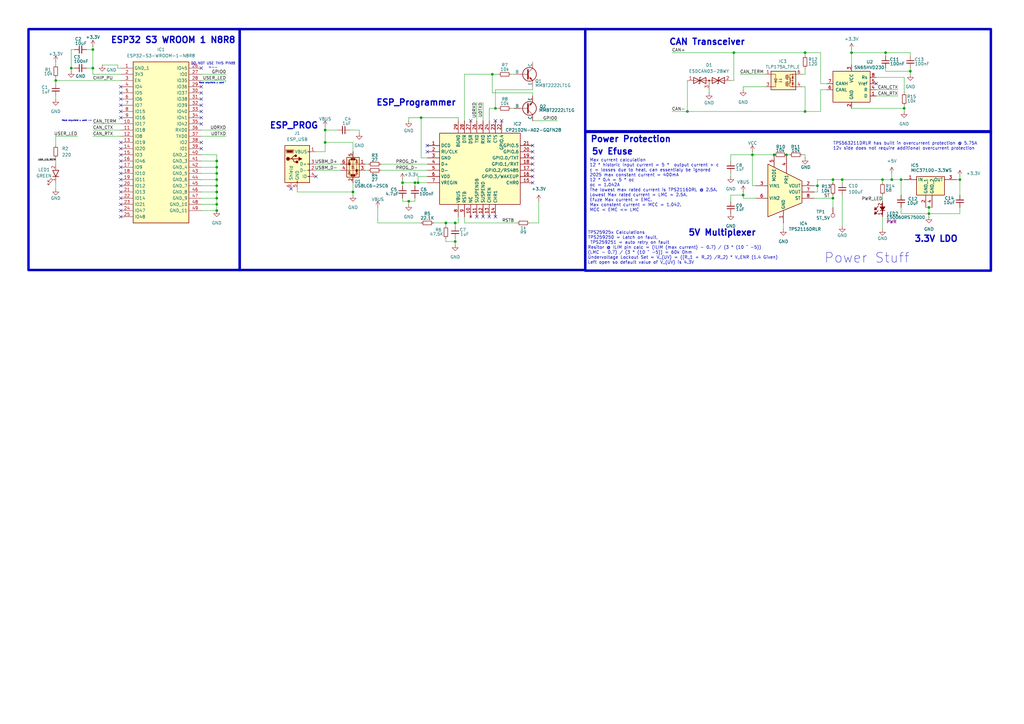
<source format=kicad_sch>
(kicad_sch (version 20250114) (generator "eeschema") (generator_version "9.0")
  (paper "A3")
  (rectangle (start 98.298 11.938) (end 240.03 110.744) (stroke (width 1)))
  (rectangle (start 240.03 11.938) (end 406.4 54.102) (stroke (width 1)))
  (rectangle (start 240.03 53.848) (end 406.4 110.998) (stroke (width 1.016)))
  (rectangle (start 11.684 11.938) (end 98.298 110.744) (stroke (width 1)))
  (text "Move anywhere u want ^\n\n" (at 87.122 34.544 0) (effects (font (size 0.6 0.6))))
  (text "Power Protection" (at 242.062 58.674 0) (effects (font (size 2.54 2.54) (thickness 0.512) (bold yes)) (justify left bottom)))
  (text "Power Stuff" (at 355.6 105.918 0) (effects (font (size 4 4))))
  (text "3.3V LDO" (at 374.904 99.568 0) (effects (font (size 2.54 2.54) (thickness 0.512) (bold yes)) (justify left bottom)))
  (text "TPS563211DRLR has built in overcurrent protection @ 5.75A\n12v side does not require additional overcurrent protection" (at 341.63 58.166 0) (effects (font (size 1.27 1.27)) (justify left top)))
  (text "Move anywhere u want ->\n\n" (at 31.496 50.038 0) (effects (font (size 0.6 0.6))))
  (text "5v Efuse\n" (at 242.57 63.754 0) (effects (font (size 2.54 2.54) (thickness 0.512) (bold yes)) (justify left bottom)))
  (text "TPS25925x Calculations\nTPS259250 = Latch on fault,\n TPS259251 = auto retry on fault\nResitor @ ILIM pin calc = (ILIM (max current) - 0.7) / (3 * (10 ^ -5))\n(LMC - 0.7) / (3 * (10 ^ -5)) = 60k Ohm\nUndervoltage Lockout Set = V_(UV) = ((R_1 + R_2) /R_2) * V_ENR (1.4 Given)\nLeft open so default value of V_(UV) is 4.3V\n" (at 241.046 94.742 0) (effects (font (size 1.27 1.27)) (justify left top)))
  (text "ESP_PROG" (at 110.49 53.086 0) (effects (font (size 2.54 2.54) (thickness 0.512) (bold yes)) (justify left bottom)))
  (text "CAN Transceiver" (at 274.32 18.796 0) (effects (font (size 2.54 2.54) (thickness 0.512) (bold yes)) (justify left bottom)))
  (text "5V Multiplexer" (at 282.194 97.028 0) (effects (font (size 2.54 2.54) (thickness 0.512) (bold yes)) (justify left bottom)))
  (text "DO NOT USE THIS PIN!!!\n<--" (at 87.376 26.924 0) (effects (font (size 1 1))))
  (text "Max current calculation\n12 * historic input current = 5 *  output current + c\nc = losses due to heat, can essentialy be ignored\n2025 max constant current = 400mA\n12 * 0.4 = 5 * oc\noc = 1.042A\nThe lowest max rated current is TPS2116DRL @ 2.5A.\nLowest Max rated current = LMC = 2.5A.\nEfuze Max current = EMC.\nMax constent current = MCC = 1.042.\nMCC < EMC <= LMC" (at 241.808 65.024 0) (effects (font (size 1.27 1.27)) (justify left top)))
  (text "ESP32 S3 WROOM 1 N8R8" (at 96.774 18.034 0) (effects (font (size 2.54 2.54) (thickness 0.512) (bold yes)) (justify right bottom)))
  (text "ESP_Programmer" (at 154.178 43.688 0) (effects (font (size 2.54 2.54) (thickness 0.512) (bold yes)) (justify left bottom)))
  (junction (at 88.9 76.2))
  (junction (at 38.1 27.94))
  (junction (at 133.35 53.34))
  (junction (at 341.63 81.28))
  (junction (at 330.2 45.72))
  (junction (at 38.1 20.32))
  (junction (at 88.9 83.82))
  (junction (at 88.9 71.12))
  (junction (at 369.57 73.66))
  (junction (at 201.93 30.48))
  (junction (at 172.72 48.26))
  (junction (at 203.2 44.45))
  (junction (at 186.69 91.44))
  (junction (at 88.9 78.74))
  (junction (at 361.95 73.66))
  (junction (at 29.21 27.94))
  (junction (at 335.28 76.2))
  (junction (at 88.9 66.04))
  (junction (at 341.63 73.66))
  (junction (at 170.18 74.93))
  (junction (at 317.5 63.5))
  (junction (at 363.22 21.59))
  (junction (at 88.9 68.58))
  (junction (at 165.1 74.93))
  (junction (at 133.35 58.42))
  (junction (at 345.44 73.66))
  (junction (at 182.88 91.44))
  (junction (at 330.2 21.59))
  (junction (at 186.69 99.06))
  (junction (at 322.58 63.5))
  (junction (at 300.99 21.59))
  (junction (at 381 85.09))
  (junction (at 171.45 74.93))
  (junction (at 370.84 44.45))
  (junction (at 88.9 81.28))
  (junction (at 144.78 78.74))
  (junction (at 304.8 80.01))
  (junction (at 349.25 21.59))
  (junction (at 365.76 73.66))
  (junction (at 373.38 29.21))
  (junction (at 393.7 73.66))
  (junction (at 88.9 86.36))
  (junction (at 281.94 45.72))
  (junction (at 167.64 82.55))
  (junction (at 22.86 33.02))
  (junction (at 308.61 63.5))
  (junction (at 381 87.63))
  (junction (at 88.9 73.66))
  (no_connect (at 49.53 88.9))
  (no_connect (at 49.53 86.36))
  (no_connect (at 49.53 76.2))
  (no_connect (at 82.55 60.96))
  (no_connect (at 82.55 40.64))
  (no_connect (at 49.53 45.72))
  (no_connect (at 119.38 77.47))
  (no_connect (at 49.53 60.96))
  (no_connect (at 82.55 50.8))
  (no_connect (at 49.53 71.12))
  (no_connect (at 49.53 68.58))
  (no_connect (at 200.66 88.9))
  (no_connect (at 218.44 62.23))
  (no_connect (at 82.55 43.18))
  (no_connect (at 49.53 83.82))
  (no_connect (at 82.55 35.56))
  (no_connect (at 49.53 66.04))
  (no_connect (at 49.53 81.28))
  (no_connect (at 359.41 34.29))
  (no_connect (at 82.55 58.42))
  (no_connect (at 49.53 43.18))
  (no_connect (at 218.44 72.39))
  (no_connect (at 49.53 38.1))
  (no_connect (at 129.54 72.39))
  (no_connect (at 175.26 62.23))
  (no_connect (at 218.44 59.69))
  (no_connect (at 49.53 35.56))
  (no_connect (at 49.53 48.26))
  (no_connect (at 218.44 67.31))
  (no_connect (at 49.53 58.42))
  (no_connect (at 195.58 88.9))
  (no_connect (at 82.55 27.94))
  (no_connect (at 82.55 38.1))
  (no_connect (at 218.44 64.77))
  (no_connect (at 49.53 78.74))
  (no_connect (at 49.53 63.5))
  (no_connect (at 82.55 48.26))
  (no_connect (at 205.74 49.53))
  (no_connect (at 193.04 49.53))
  (no_connect (at 49.53 40.64))
  (no_connect (at 175.26 59.69))
  (no_connect (at 82.55 45.72))
  (no_connect (at 49.53 73.66))
  (no_connect (at 218.44 74.93))
  (no_connect (at 198.12 88.9))
  (no_connect (at 218.44 69.85))
  (no_connect (at 203.2 88.9))
  (no_connect (at 203.2 49.53))
  (wire (pts (xy 49.53 27.94) (xy 48.26 27.94)))
  (wire (pts (xy 133.35 52.07) (xy 133.35 53.34)))
  (wire (pts (xy 88.9 63.5) (xy 88.9 66.04)))
  (wire (pts (xy 88.9 68.58) (xy 88.9 71.12)))
  (wire (pts (xy 88.9 78.74) (xy 88.9 81.28)))
  (wire (pts (xy 177.8 91.44) (xy 182.88 91.44)))
  (wire (pts (xy 349.25 44.45) (xy 370.84 44.45)))
  (wire (pts (xy 220.98 91.44) (xy 220.98 82.55)))
  (wire (pts (xy 156.21 69.85) (xy 175.26 69.85)))
  (wire (pts (xy 365.76 73.66) (xy 361.95 73.66)))
  (wire (pts (xy 335.28 76.2) (xy 334.01 76.2)))
  (wire (pts (xy 170.18 82.55) (xy 170.18 81.28)))
  (wire (pts (xy 38.1 30.48) (xy 49.53 30.48)))
  (wire (pts (xy 330.2 63.5) (xy 328.93 63.5)))
  (wire (pts (xy 341.63 73.66) (xy 345.44 73.66)))
  (wire (pts (xy 336.55 21.59) (xy 336.55 34.29)))
  (wire (pts (xy 22.86 33.02) (xy 49.53 33.02)))
  (wire (pts (xy 363.22 21.59) (xy 363.22 22.86)))
  (wire (pts (xy 218.44 49.53) (xy 228.6 49.53)))
  (wire (pts (xy 321.31 91.44) (xy 321.31 93.98)))
  (wire (pts (xy 82.55 73.66) (xy 88.9 73.66)))
  (wire (pts (xy 88.9 83.82) (xy 88.9 86.36)))
  (wire (pts (xy 82.55 53.34) (xy 92.71 53.34)))
  (wire (pts (xy 345.44 80.01) (xy 345.44 92.71)))
  (wire (pts (xy 154.94 91.44) (xy 154.94 85.09)))
  (wire (pts (xy 186.69 91.44) (xy 187.96 91.44)))
  (wire (pts (xy 281.94 45.72) (xy 330.2 45.72)))
  (wire (pts (xy 172.72 48.26) (xy 172.72 64.77)))
  (wire (pts (xy 304.8 81.28) (xy 309.88 81.28)))
  (wire (pts (xy 38.1 27.94) (xy 38.1 30.48)))
  (wire (pts (xy 209.55 44.45) (xy 210.82 44.45)))
  (wire (pts (xy 299.72 63.5) (xy 299.72 66.04)))
  (wire (pts (xy 22.86 55.88) (xy 31.75 55.88)))
  (wire (pts (xy 82.55 30.48) (xy 92.71 30.48)))
  (wire (pts (xy 363.22 29.21) (xy 363.22 27.94)))
  (wire (pts (xy 38.1 19.05) (xy 38.1 20.32)))
  (wire (pts (xy 88.9 81.28) (xy 88.9 83.82)))
  (wire (pts (xy 41.91 26.67) (xy 48.26 26.67)))
  (wire (pts (xy 30.48 20.32) (xy 29.21 20.32)))
  (wire (pts (xy 335.28 73.66) (xy 341.63 73.66)))
  (wire (pts (xy 218.44 36.83) (xy 218.44 35.56)))
  (wire (pts (xy 313.69 30.48) (xy 303.53 30.48)))
  (wire (pts (xy 361.95 80.01) (xy 361.95 82.55)))
  (wire (pts (xy 341.63 73.66) (xy 341.63 74.93)))
  (wire (pts (xy 82.55 81.28) (xy 88.9 81.28)))
  (wire (pts (xy 201.93 30.48) (xy 204.47 30.48)))
  (wire (pts (xy 393.7 73.66) (xy 393.7 80.01)))
  (wire (pts (xy 203.2 36.83) (xy 203.2 44.45)))
  (wire (pts (xy 218.44 38.1) (xy 218.44 39.37)))
  (wire (pts (xy 308.61 63.5) (xy 308.61 76.2)))
  (wire (pts (xy 167.64 82.55) (xy 170.18 82.55)))
  (wire (pts (xy 82.55 66.04) (xy 88.9 66.04)))
  (wire (pts (xy 281.94 33.02) (xy 281.94 45.72)))
  (wire (pts (xy 336.55 34.29) (xy 339.09 34.29)))
  (wire (pts (xy 182.88 92.71) (xy 182.88 91.44)))
  (wire (pts (xy 369.57 87.63) (xy 381 87.63)))
  (wire (pts (xy 290.83 36.83) (xy 290.83 38.1)))
  (wire (pts (xy 308.61 62.23) (xy 308.61 63.5)))
  (wire (pts (xy 218.44 36.83) (xy 203.2 36.83)))
  (wire (pts (xy 370.84 44.45) (xy 370.84 45.72)))
  (wire (pts (xy 349.25 21.59) (xy 349.25 26.67)))
  (wire (pts (xy 171.45 72.39) (xy 175.26 72.39)))
  (wire (pts (xy 22.86 33.02) (xy 22.86 31.75)))
  (wire (pts (xy 330.2 63.5) (xy 330.2 64.77)))
  (wire (pts (xy 175.26 64.77) (xy 172.72 64.77)))
  (wire (pts (xy 35.56 20.32) (xy 38.1 20.32)))
  (wire (pts (xy 300.99 21.59) (xy 330.2 21.59)))
  (wire (pts (xy 190.5 91.44) (xy 190.5 88.9)))
  (wire (pts (xy 299.72 63.5) (xy 308.61 63.5)))
  (wire (pts (xy 330.2 22.86) (xy 330.2 21.59)))
  (wire (pts (xy 200.66 44.45) (xy 203.2 44.45)))
  (wire (pts (xy 129.54 69.85) (xy 139.7 69.85)))
  (wire (pts (xy 381 87.63) (xy 393.7 87.63)))
  (wire (pts (xy 165.1 74.93) (xy 165.1 73.66)))
  (wire (pts (xy 373.38 21.59) (xy 373.38 22.86)))
  (wire (pts (xy 330.2 30.48) (xy 330.2 27.94)))
  (wire (pts (xy 393.7 85.09) (xy 393.7 87.63)))
  (wire (pts (xy 379.73 85.09) (xy 381 85.09)))
  (wire (pts (xy 299.72 72.39) (xy 299.72 71.12)))
  (wire (pts (xy 328.93 30.48) (xy 330.2 30.48)))
  (wire (pts (xy 29.21 27.94) (xy 29.21 29.21)))
  (wire (pts (xy 370.84 43.18) (xy 370.84 44.45)))
  (wire (pts (xy 381 85.09) (xy 381 87.63)))
  (wire (pts (xy 369.57 87.63) (xy 369.57 85.09)))
  (wire (pts (xy 336.55 45.72) (xy 336.55 36.83)))
  (wire (pts (xy 187.96 91.44) (xy 187.96 88.9)))
  (wire (pts (xy 195.58 49.53) (xy 195.58 41.91)))
  (wire (pts (xy 144.78 74.93) (xy 144.78 78.74)))
  (wire (pts (xy 304.8 80.01) (xy 304.8 81.28)))
  (wire (pts (xy 186.69 99.06) (xy 186.69 100.33)))
  (wire (pts (xy 88.9 73.66) (xy 88.9 76.2)))
  (wire (pts (xy 323.85 63.5) (xy 322.58 63.5)))
  (wire (pts (xy 121.92 78.74) (xy 121.92 77.47)))
  (wire (pts (xy 88.9 71.12) (xy 88.9 73.66)))
  (wire (pts (xy 365.76 71.12) (xy 365.76 73.66)))
  (wire (pts (xy 330.2 45.72) (xy 336.55 45.72)))
  (wire (pts (xy 300.99 33.02) (xy 299.72 33.02)))
  (wire (pts (xy 82.55 76.2) (xy 88.9 76.2)))
  (wire (pts (xy 345.44 73.66) (xy 361.95 73.66)))
  (wire (pts (xy 361.95 88.9) (xy 361.95 93.98)))
  (wire (pts (xy 359.41 31.75) (xy 370.84 31.75)))
  (wire (pts (xy 167.64 82.55) (xy 167.64 83.82)))
  (wire (pts (xy 393.7 73.66) (xy 393.7 72.39)))
  (wire (pts (xy 38.1 53.34) (xy 49.53 53.34)))
  (wire (pts (xy 133.35 53.34) (xy 133.35 58.42)))
  (wire (pts (xy 335.28 76.2) (xy 335.28 73.66)))
  (wire (pts (xy 38.1 50.8) (xy 49.53 50.8)))
  (wire (pts (xy 275.59 45.72) (xy 281.94 45.72)))
  (wire (pts (xy 170.18 74.93) (xy 170.18 76.2)))
  (wire (pts (xy 187.96 48.26) (xy 172.72 48.26)))
  (wire (pts (xy 381 85.09) (xy 382.27 85.09)))
  (wire (pts (xy 369.57 73.66) (xy 370.84 73.66)))
  (wire (pts (xy 328.93 35.56) (xy 330.2 35.56)))
  (wire (pts (xy 171.45 72.39) (xy 171.45 74.93)))
  (wire (pts (xy 186.69 97.79) (xy 186.69 99.06)))
  (wire (pts (xy 334.01 78.74) (xy 335.28 78.74)))
  (wire (pts (xy 190.5 30.48) (xy 190.5 49.53)))
  (wire (pts (xy 22.86 64.77) (xy 22.86 67.31)))
  (wire (pts (xy 308.61 76.2) (xy 309.88 76.2)))
  (wire (pts (xy 38.1 55.88) (xy 49.53 55.88)))
  (wire (pts (xy 275.59 21.59) (xy 300.99 21.59)))
  (wire (pts (xy 345.44 73.66) (xy 345.44 74.93)))
  (wire (pts (xy 82.55 86.36) (xy 88.9 86.36)))
  (wire (pts (xy 88.9 66.04) (xy 88.9 68.58)))
  (wire (pts (xy 133.35 58.42) (xy 133.35 62.23)))
  (wire (pts (xy 365.76 73.66) (xy 369.57 73.66)))
  (wire (pts (xy 308.61 63.5) (xy 317.5 63.5)))
  (wire (pts (xy 170.18 74.93) (xy 171.45 74.93)))
  (wire (pts (xy 149.86 67.31) (xy 151.13 67.31)))
  (wire (pts (xy 121.92 78.74) (xy 144.78 78.74)))
  (wire (pts (xy 48.26 26.67) (xy 48.26 27.94)))
  (wire (pts (xy 218.44 38.1) (xy 201.93 38.1)))
  (wire (pts (xy 167.64 48.26) (xy 167.64 49.53)))
  (wire (pts (xy 393.7 73.66) (xy 392.43 73.66)))
  (wire (pts (xy 129.54 67.31) (xy 139.7 67.31)))
  (wire (pts (xy 22.86 39.37) (xy 22.86 40.64)))
  (wire (pts (xy 300.99 21.59) (xy 300.99 33.02)))
  (wire (pts (xy 165.1 74.93) (xy 170.18 74.93)))
  (wire (pts (xy 349.25 20.32) (xy 349.25 21.59)))
  (wire (pts (xy 38.1 20.32) (xy 38.1 27.94)))
  (wire (pts (xy 217.17 91.44) (xy 220.98 91.44)))
  (wire (pts (xy 313.69 35.56) (xy 304.8 35.56)))
  (wire (pts (xy 88.9 76.2) (xy 88.9 78.74)))
  (wire (pts (xy 167.64 48.26) (xy 172.72 48.26)))
  (wire (pts (xy 143.51 53.34) (xy 147.32 53.34)))
  (wire (pts (xy 82.55 71.12) (xy 88.9 71.12)))
  (wire (pts (xy 22.86 59.69) (xy 22.86 55.88)))
  (wire (pts (xy 299.72 80.01) (xy 299.72 82.55)))
  (wire (pts (xy 22.86 74.93) (xy 22.86 77.47)))
  (wire (pts (xy 165.1 82.55) (xy 167.64 82.55)))
  (wire (pts (xy 187.96 48.26) (xy 187.96 49.53)))
  (wire (pts (xy 186.69 91.44) (xy 186.69 92.71)))
  (wire (pts (xy 133.35 58.42) (xy 144.78 58.42)))
  (wire (pts (xy 304.8 35.56) (xy 304.8 36.83)))
  (wire (pts (xy 182.88 99.06) (xy 186.69 99.06)))
  (wire (pts (xy 182.88 97.79) (xy 182.88 99.06)))
  (wire (pts (xy 29.21 20.32) (xy 29.21 27.94)))
  (wire (pts (xy 144.78 80.01) (xy 144.78 78.74)))
  (wire (pts (xy 373.38 27.94) (xy 373.38 29.21)))
  (wire (pts (xy 82.55 33.02) (xy 92.71 33.02)))
  (wire (pts (xy 165.1 81.28) (xy 165.1 82.55)))
  (wire (pts (xy 165.1 74.93) (xy 165.1 76.2)))
  (wire (pts (xy 341.63 85.09) (xy 341.63 81.28)))
  (wire (pts (xy 359.41 39.37) (xy 368.3 39.37)))
  (wire (pts (xy 82.55 68.58) (xy 88.9 68.58)))
  (wire (pts (xy 381 87.63) (xy 381 88.9)))
  (wire (pts (xy 190.5 30.48) (xy 201.93 30.48)))
  (wire (pts (xy 336.55 36.83) (xy 339.09 36.83)))
  (wire (pts (xy 334.01 81.28) (xy 341.63 81.28)))
  (wire (pts (xy 82.55 83.82) (xy 88.9 83.82)))
  (wire (pts (xy 82.55 55.88) (xy 92.71 55.88)))
  (wire (pts (xy 373.38 29.21) (xy 373.38 30.48)))
  (wire (pts (xy 203.2 44.45) (xy 204.47 44.45)))
  (wire (pts (xy 149.86 69.85) (xy 151.13 69.85)))
  (wire (pts (xy 370.84 31.75) (xy 370.84 38.1)))
  (wire (pts (xy 349.25 21.59) (xy 363.22 21.59)))
  (wire (pts (xy 156.21 67.31) (xy 175.26 67.31)))
  (wire (pts (xy 82.55 63.5) (xy 88.9 63.5)))
  (wire (pts (xy 129.54 62.23) (xy 133.35 62.23)))
  (wire (pts (xy 133.35 53.34) (xy 138.43 53.34)))
  (wire (pts (xy 198.12 49.53) (xy 198.12 41.91)))
  (wire (pts (xy 341.63 81.28) (xy 341.63 80.01)))
  (wire (pts (xy 35.56 27.94) (xy 38.1 27.94)))
  (wire (pts (xy 363.22 21.59) (xy 373.38 21.59)))
  (wire (pts (xy 22.86 33.02) (xy 22.86 34.29)))
  (wire (pts (xy 201.93 38.1) (xy 201.93 30.48)))
  (wire (pts (xy 22.86 25.4) (xy 22.86 26.67)))
  (wire (pts (xy 359.41 36.83) (xy 368.3 36.83)))
  (wire (pts (xy 369.57 73.66) (xy 369.57 80.01)))
  (wire (pts (xy 304.8 80.01) (xy 299.72 80.01)))
  (wire (pts (xy 335.28 78.74) (xy 335.28 76.2)))
  (wire (pts (xy 330.2 21.59) (xy 336.55 21.59)))
  (wire (pts (xy 330.2 35.56) (xy 330.2 45.72)))
  (wire (pts (xy 182.88 91.44) (xy 186.69 91.44)))
  (wire (pts (xy 190.5 91.44) (xy 212.09 91.44)))
  (wire (pts (xy 171.45 74.93) (xy 175.26 74.93)))
  (wire (pts (xy 29.21 27.94) (xy 30.48 27.94)))
  (wire (pts (xy 363.22 29.21) (xy 373.38 29.21)))
  (wire (pts (xy 144.78 58.42) (xy 144.78 62.23)))
  (wire (pts (xy 361.95 73.66) (xy 361.95 74.93)))
  (wire (pts (xy 172.72 91.44) (xy 154.94 91.44)))
  (wire (pts (xy 82.55 78.74) (xy 88.9 78.74)))
  (wire (pts (xy 304.8 78.74) (xy 304.8 80.01)))
  (wire (pts (xy 200.66 49.53) (xy 200.66 44.45)))
  (wire (pts (xy 209.55 30.48) (xy 210.82 30.48)))
  (wire (pts (xy 147.32 53.34) (xy 147.32 54.61)))
  (label "CAN-" (at 275.59 45.72 0))
  (label "USER_LED" (at 92.71 33.02 180))
  (label "RSTB" (at 210.82 91.44 180))
  (label "PWR_LED" (at 361.95 82.55 180))
  (label "CAN_TERM" (at 38.1 50.8 0))
  (label "U0TXD" (at 198.12 41.91 270))
  (label "PROG_D+" (at 171.45 67.31 180))
  (label "PROG_D-" (at 171.45 69.85 180))
  (label "CHIP_PU" (at 38.1 33.02 0))
  (label "U0TXD" (at 92.71 55.88 180))
  (label "ST" (at 340.36 81.28 180))
  (label "USR_LED_RSTR" (at 22.86 66.04 180) (effects (font (size 0.65 0.65))))
  (label "USER_LED" (at 31.75 55.88 180))
  (label "GPIO0" (at 92.71 30.48 180))
  (label "CAN_TERM" (at 303.53 30.48 0))
  (label "U0RXD" (at 92.71 53.34 180))
  (label "CAN_RTX" (at 38.1 55.88 0))
  (label "GPIO0" (at 228.6 49.53 180))
  (label "USBM_D-" (at 138.43 69.85 180))
  (label "U0RXD" (at 195.58 41.91 270))
  (label "CAN_CTX" (at 368.3 36.83 180))
  (label "USBM_D+" (at 138.43 67.31 180))
  (label "CAN+" (at 275.59 21.59 0))
  (label "CAN_RTX" (at 368.3 39.37 180))
  (label "CAN_CTX" (at 38.1 53.34 0))
  (symbol (lib_id "power:GND") (at 22.86 77.47 0) (unit 1)
    (property "Reference" "#PWR03" (effects (hide yes)))
    (property "Value" "GND" (at 22.86 81.28 0))
  )
  (symbol (lib_id "Connector:USB_B_Micro") (at 121.92 67.31 0) (unit 1)
    (property "Reference" "J1" (at 121.92 54.61 0))
    (property "Value" "ESP_USB" (at 121.92 57.15 0))
    (property "Footprint" "Connector_USB:USB_Micro-B_Molex-105017-0001" (effects (hide yes)))
    (property "Description" "USB Micro Type B connector" (effects (hide yes)))
  )
  (symbol (lib_id "SDM_VOLTAGE_REGULATORS:MIC37100-3.3WS") (at 370.84 74.93 0) (unit 1)
    (property "Reference" "IC5" (at 375.158 67.818 0))
    (property "Value" "MIC37100-3.3WS" (at 382.016 69.85 0))
    (property "Footprint" "SDM_MiscFootprint:SOT230P700X180-4N" (effects (hide yes)))
    (property "Datasheet" "https://datasheet.datasheetarchive.com/originals/dk/DKDS-15/281099.pdf" (effects (hide yes)))
    (property "Description" "LDO Voltage Regulators 1.0A Low Voltage uCap LDO Regulator" (effects (hide yes)))
    (property "Height" "1.8" (effects (hide yes)))
    (property "Mouser Part Number" "998-MIC37100-3.3WS" (effects (hide yes)))
    (property "Mouser Price/Stock" "https://www.mouser.co.uk/ProductDetail/Microchip-Technology/MIC37100-3.3WS?qs=kh6iOki%2FeLGN%252BjivEzt6Eg%3D%3D" (effects (hide yes)))
    (property "Manufacturer_Name" "Microchip" (effects (hide yes)))
    (property "Manufacturer_Part_Number" "MIC37100-3.3WS" (effects (hide yes)))
  )
  (symbol (lib_id "Device:C_Small") (at 369.57 82.55 180) (unit 1)
    (property "Reference" "C12" (at 374.396 81.534 0))
    (property "Value" "10uF" (at 374.396 83.312 0))
    (property "Footprint" "Capacitor_SMD:C_0603_1608Metric" (effects (hide yes)))
  )
  (symbol (lib_id "power:VBUS") (at 154.94 85.09 0) (unit 1)
    (property "Reference" "#PWR011" (effects (hide yes)))
    (property "Value" "VBUS" (at 154.94 81.788 0))
    (property "Description" "Power symbol creates a global label with name \"VBUS\"" (effects (hide yes)))
  )
  (symbol (lib_id "power:GND") (at 290.83 38.1 0) (unit 1)
    (property "Reference" "#PWR017" (effects (hide yes)))
    (property "Value" "GND" (at 290.83 42.164 0))
    (property "Description" "Power symbol creates a global label with name \"GND\" , ground" (effects (hide yes)))
  )
  (symbol (lib_id "power:GND") (at 330.2 64.77 0) (unit 1)
    (property "Reference" "#PWR024" (effects (hide yes)))
    (property "Value" "GND" (at 330.454 68.58 0))
    (property "Description" "Power symbol creates a global label with name \"GND\" , ground" (effects (hide yes)))
  )
  (symbol (lib_id "Device:C_Small") (at 393.7 82.55 180) (unit 1)
    (property "Reference" "C14" (at 389.382 81.28 0))
    (property "Value" "10uF" (at 389.382 83.058 0))
    (property "Footprint" "Capacitor_SMD:C_0603_1608Metric" (effects (hide yes)))
  )
  (symbol (lib_id "power:+3.3V") (at 22.86 25.4 0) (unit 1)
    (property "Reference" "#PWR01" (effects (hide yes)))
    (property "Value" "+3.3V" (at 22.86 22.098 0))
    (property "Description" "Power symbol creates a global label with name \"+3.3V\"" (effects (hide yes)))
  )
  (symbol (lib_id "power:GND") (at 147.32 54.61 0) (unit 1)
    (property "Reference" "#PWR010" (effects (hide yes)))
    (property "Value" "GND" (at 147.32 59.69 0))
    (property "Description" "Power symbol creates a global label with name \"GND\" , ground" (effects (hide yes)))
  )
  (symbol (lib_id "Device:C_Small") (at 33.02 27.94 90) (unit 1)
    (property "Reference" "C3" (at 30.226 23.368 90) (effects (justify right)))
    (property "Value" "100nF" (at 30.226 25.146 90) (effects (justify right)))
    (property "Footprint" "Capacitor_SMD:C_0603_1608Metric" (effects (hide yes)))
  )
  (symbol (lib_id "SDM_MICRO_CONTROLLER:ESP32-S3-WROOM-1-N8R8") (at 49.53 27.94 0) (unit 1)
    (property "Reference" "IC1" (at 66.04 20.32 0))
    (property "Value" "ESP32-S3-WROOM-1-N8R8" (at 66.04 22.86 0))
    (property "Footprint" "SDM_MiscFootprint:ESP32S3WROOM1N8R8" (effects (hide yes)))
    (property "Datasheet" "https://www.espressif.com/sites/default/files/documentation/esp32-s3-wroom-1_wroom-1u_datasheet_en.pdf" (effects (hide yes)))
    (property "Description" "WiFi Modules - 802.11 (Engineering Samples Only) SMD Module, ESP32-S3R8 with 8 MB Octal PSRAM Die, 8 MB Quad SPI flash, PCB Antenna" (effects (hide yes)))
    (property "Height" "3.25" (effects (hide yes)))
    (property "Mouser Part Number" "356-EP32S3WROOM1N8R8" (effects (hide yes)))
    (property "Mouser Price/Stock" "https://www.mouser.co.uk/ProductDetail/Espressif-Systems/ESP32-S3-WROOM-1-N8R8?qs=7D1LtPJG0i3%2F28hKFavOpQ%3D%3D" (effects (hide yes)))
    (property "Manufacturer_Name" "Espressif Systems" (effects (hide yes)))
    (property "Manufacturer_Part_Number" "ESP32-S3-WROOM-1-N8R8" (effects (hide yes)))
  )
  (symbol (lib_id "Device:R_Small") (at 370.84 40.64 0) (mirror x) (unit 1)
    (property "Reference" "R15" (at 373.888 39.624 0))
    (property "Value" "10k" (at 373.888 41.402 0))
    (property "Footprint" "Resistor_SMD:R_0603_1608Metric" (effects (hide yes)))
  )
  (symbol (lib_id "SDM_USBUART:CP2102N-A02-GQFN28") (at 175.26 59.69 0) (unit 1)
    (property "Reference" "IC2" (at 210.566 50.8 0) (effects (justify left)))
    (property "Value" "CP2102N-A02-GQFN28" (at 207.264 53.34 0) (effects (justify left)))
    (property "Footprint" "SDM_MiscFootprint:QFN50P500X500X80-29N-D" (effects (hide yes)))
    (property "Datasheet" "https://componentsearchengine.com/Datasheets/2/CP2102N-A02-GQFN28.pdf" (effects (hide yes)))
    (property "Description" "SILICON LABS - CP2102N-A02-GQFN28 - USB TO UART BRIDGE, -40 TO 85DEG C" (effects (hide yes)))
    (property "Height" "0.8" (effects (hide yes)))
    (property "Mouser Part Number" "634-CP2102NA02GQFN28" (effects (hide yes)))
    (property "Mouser Price/Stock" "https://www.mouser.co.uk/ProductDetail/Silicon-Labs/CP2102N-A02-GQFN28?qs=u16ybLDytRaSBkSkyjYFiA%3D%3D" (effects (hide yes)))
    (property "Manufacturer_Name" "Silicon Labs" (effects (hide yes)))
    (property "Manufacturer_Part_Number" "CP2102N-A02-GQFN28" (effects (hide yes)))
  )
  (symbol (lib_id "Device:R_Small") (at 320.04 63.5 270) (unit 1)
    (property "Reference" "R10" (at 318.262 60.198 90) (effects (justify left)))
    (property "Value" "10k" (at 320.04 61.722 90))
    (property "Footprint" "Resistor_SMD:R_0603_1608Metric" (effects (hide yes)))
  )
  (symbol (lib_id "power:GND") (at 186.69 100.33 0) (unit 1)
    (property "Reference" "#PWR015" (effects (hide yes)))
    (property "Value" "GND" (at 186.69 105.41 0))
    (property "Description" "Power symbol creates a global label with name \"GND\" , ground" (effects (hide yes)))
  )
  (symbol (lib_id "power:GND") (at 167.64 49.53 0) (unit 1)
    (property "Reference" "#PWR013" (effects (hide yes)))
    (property "Value" "GND" (at 167.64 53.594 0))
    (property "Description" "Power symbol creates a global label with name \"GND\" , ground" (effects (hide yes)))
  )
  (symbol (lib_id "SDM_ESD:ESDCAN03-2BWY") (at 290.83 33.02 0) (unit 1)
    (property "Reference" "D1" (at 290.83 26.67 0))
    (property "Value" "ESDCAN03-2BWY" (at 290.83 29.21 0))
    (property "Footprint" "SDM_MiscFootprint:SOT65P210X110-3N" (effects (hide yes)))
    (property "Datasheet" "https://www.mouser.de/datasheet/2/389/esdcan02-2bwy-954689.pdf" (effects (hide yes)))
    (property "Description" "ESD Suppressors / TVS Diodes Automotive dual-line Transil, Transient voltage suppressor (TVS) for CAN bus" (effects (hide yes)))
    (property "Height" "1.1" (effects (hide yes)))
    (property "Mouser Part Number" "511-ESDCAN03-2BWY" (effects (hide yes)))
    (property "Mouser Price/Stock" "https://www.mouser.co.uk/ProductDetail/STMicroelectronics/ESDCAN03-2BWY?qs=FqY30PPN9V2iiokjuqa22Q%3D%3D" (effects (hide yes)))
    (property "Manufacturer_Name" "STMicroelectronics" (effects (hide yes)))
    (property "Manufacturer_Part_Number" "ESDCAN03-2BWY" (effects (hide yes)))
  )
  (symbol (lib_id "power:GND") (at 373.38 30.48 0) (unit 1)
    (property "Reference" "#PWR030" (effects (hide yes)))
    (property "Value" "GND" (at 373.38 35.56 0))
    (property "Description" "Power symbol creates a global label with name \"GND\" , ground" (effects (hide yes)))
  )
  (symbol (lib_id "power:+3.3V") (at 393.7 72.39 0) (unit 1)
    (property "Reference" "#PWR032" (effects (hide yes)))
    (property "Value" "+3.3V" (at 396.24 71.1199 0) (effects (justify left)))
  )
  (symbol (lib_id "power:GND") (at 29.21 29.21 0) (unit 1)
    (property "Reference" "#PWR04" (effects (hide yes)))
    (property "Value" "GND" (at 33.02 31.242 0))
    (property "Description" "Power symbol creates a global label with name \"GND\" , ground" (effects (hide yes)))
  )
  (symbol (lib_id "power:+5V") (at 365.76 71.12 0) (unit 1)
    (property "Reference" "#PWR028" (effects (hide yes)))
    (property "Value" "+5V" (at 365.76 66.04 0))
    (property "Description" "Power symbol creates a global label with name \"+5V\"" (effects (hide yes)))
  )
  (symbol (lib_id "SDM_LOGIC:TPS2116DRLR") (at 320.04 78.74 0) (unit 1)
    (property "Reference" "IC4" (at 327.914 91.694 0) (effects (justify left)))
    (property "Value" "TPS2116DRLR" (at 323.4533 93.98 0) (effects (justify left)))
    (property "Footprint" "SDM_MiscFootprint:SOTFL50P160X60-8L" (effects (hide yes)))
    (property "Datasheet" "https://www.ti.com/lit/gpn/tps2116" (effects (hide yes)))
    (property "Description" "d" (effects (hide yes)))
    (property "Height" "0.6" (effects (hide yes)))
    (property "Mouser Part Number" "595-TPS2116DRLR" (effects (hide yes)))
    (property "Mouser Price/Stock" "https://www.mouser.co.uk/ProductDetail/Texas-Instruments/TPS2116DRLR?qs=aP1CjGhiNiGo3XAyXcVPaQ%3D%3D" (effects (hide yes)))
    (property "Manufacturer_Name" "Texas Instruments" (effects (hide yes)))
    (property "Manufacturer_Part_Number" "TPS2116DRLR" (effects (hide yes)))
  )
  (symbol (lib_id "power:+3.3V") (at 220.98 82.55 0) (unit 1)
    (property "Reference" "#PWR016" (effects (hide yes)))
    (property "Value" "+3.3V" (at 220.98 77.47 0))
    (property "Description" "Power symbol creates a global label with name \"+3.3V\"" (effects (hide yes)))
  )
  (symbol (lib_id "Power_Protection:USBLC6-2SC6") (at 144.78 67.31 0) (unit 1)
    (property "Reference" "U1" (at 145.288 74.422 0) (effects (justify left)))
    (property "Value" "USBLC6-2SC6" (at 145.288 76.2 0) (effects (justify left)))
    (property "Footprint" "Package_TO_SOT_SMD:SOT-23-6" (effects (hide yes)))
    (property "Datasheet" "https://www.st.com/resource/en/datasheet/usblc6-2.pdf" (effects (hide yes)))
    (property "Description" "Very low capacitance ESD protection diode, 2 data-line, SOT-23-6" (effects (hide yes)))
  )
  (symbol (lib_id "Device:R_Small") (at 341.63 77.47 0) (unit 1)
    (property "Reference" "R13" (at 338.836 76.454 0))
    (property "Value" "10k" (at 338.582 78.232 0))
    (property "Footprint" "Resistor_SMD:R_0603_1608Metric" (effects (hide yes)))
  )
  (symbol (lib_id "Device:C_Small") (at 363.22 25.4 0) (mirror y) (unit 1)
    (property "Reference" "C11" (at 368.808 24.384 0) (effects (justify left)))
    (property "Value" "100nF" (at 371.094 26.162 0) (effects (justify left)))
    (property "Footprint" "Capacitor_SMD:C_0603_1608Metric" (effects (hide yes)))
  )
  (symbol (lib_id "power:GND") (at 299.72 87.63 0) (unit 1)
    (property "Reference" "#PWR019" (effects (hide yes)))
    (property "Value" "GND" (at 299.72 92.71 0))
    (property "Description" "Power symbol creates a global label with name \"GND\" , ground" (effects (hide yes)))
  )
  (symbol (lib_id "SDM_TRANSISTOR:MMBT2222LT1G") (at 215.9 44.45 0) (mirror x) (unit 1)
    (property "Reference" "Q2" (at 224.028 43.688 0) (effects (justify right)))
    (property "Value" "MMBT2222LT1G" (at 235.712 45.212 0) (effects (justify right)))
    (property "Footprint" "SDM_MiscFootprint:SOT96P237X111-3N" (effects (hide yes)))
    (property "Datasheet" "https://ngspice.sourceforge.io/docs/ngspice-html-manual/manual.xhtml#cha_BJTs" (effects (hide yes)))
    (property "Description" "Bipolar transistor symbol for simulation only, substrate tied to the emitter" (effects (hide yes)))
    (property "Sim.Device" "NPN" (effects (hide yes)))
    (property "Sim.Type" "GUMMELPOON" (effects (hide yes)))
    (property "Sim.Pins" "1=C 2=B 3=E" (effects (hide yes)))
  )
  (symbol (lib_id "Device:C_Small") (at 345.44 77.47 0) (unit 1)
    (property "Reference" "C10" (at 347.98 76.2063 0) (effects (justify left)))
    (property "Value" "100uF" (at 347.98 78.7463 0) (effects (justify left)))
    (property "Footprint" "Capacitor_SMD:C_0603_1608Metric" (effects (hide yes)))
  )
  (symbol (lib_id "Device:R_Small") (at 214.63 91.44 90) (unit 1)
    (property "Reference" "R9" (at 214.63 95.25 90))
    (property "Value" "1k" (at 214.63 93.472 90))
    (property "Footprint" "Resistor_SMD:R_0603_1608Metric" (effects (hide yes)))
  )
  (symbol (lib_id "Device:R_Small") (at 175.26 91.44 270) (unit 1)
    (property "Reference" "R5" (at 175.26 87.63 90))
    (property "Value" "22.1K" (at 175.26 89.408 90))
    (property "Footprint" "Resistor_SMD:R_0603_1608Metric" (effects (hide yes)))
  )
  (symbol (lib_id "power:GND") (at 381 88.9 0) (unit 1)
    (property "Reference" "#PWR031" (effects (hide yes)))
    (property "Value" "GND" (at 381 93.98 0))
    (property "Description" "Power symbol creates a global label with name \"GND\" , ground" (effects (hide yes)))
  )
  (symbol (lib_id "power:GND") (at 345.44 92.71 0) (unit 1)
    (property "Reference" "#PWR025" (effects (hide yes)))
    (property "Value" "GND" (at 345.44 96.52 0))
    (property "Description" "Power symbol creates a global label with name \"GND\" , ground" (effects (hide yes)))
  )
  (symbol (lib_id "Device:R_Small") (at 153.67 67.31 90) (unit 1)
    (property "Reference" "R3" (at 153.67 63.754 90))
    (property "Value" "27" (at 153.67 65.532 90))
    (property "Footprint" "Resistor_SMD:R_0603_1608Metric" (effects (hide yes)))
  )
  (symbol (lib_id "Device:C_Small") (at 22.86 36.83 0) (unit 1)
    (property "Reference" "C1" (at 17.018 35.814 0) (effects (justify left)))
    (property "Value" "1uF" (at 17.018 37.592 0) (effects (justify left)))
    (property "Footprint" "Capacitor_SMD:C_0603_1608Metric" (effects (hide yes)))
  )
  (symbol (lib_id "Device:C_Small") (at 373.38 25.4 0) (mirror y) (unit 1)
    (property "Reference" "C13" (at 378.968 24.384 0) (effects (justify left)))
    (property "Value" "100nF" (at 381.254 26.162 0) (effects (justify left)))
    (property "Footprint" "Capacitor_SMD:C_0603_1608Metric" (effects (hide yes)))
  )
  (symbol (lib_id "Device:C_Small") (at 299.72 68.58 180) (unit 1)
    (property "Reference" "C8" (at 301.752 67.818 0) (effects (justify right)))
    (property "Value" "1uF" (at 301.752 69.342 0) (effects (justify right)))
    (property "Footprint" "Capacitor_SMD:C_0603_1608Metric" (effects (hide yes)))
  )
  (symbol (lib_id "power:GND") (at 167.64 83.82 0) (unit 1)
    (property "Reference" "#PWR014" (effects (hide yes)))
    (property "Value" "GND" (at 167.64 88.9 0))
    (property "Description" "Power symbol creates a global label with name \"GND\" , ground" (effects (hide yes)))
  )
  (symbol (lib_id "power:GND") (at 361.95 93.98 0) (unit 1)
    (property "Reference" "#PWR027" (effects (hide yes)))
    (property "Value" "GND" (at 361.95 97.79 0))
    (property "Description" "Power symbol creates a global label with name \"GND\" , ground" (effects (hide yes)))
  )
  (symbol (lib_id "Device:C_Small") (at 299.72 85.09 180) (unit 1)
    (property "Reference" "C9" (at 301.752 84.328 0) (effects (justify right)))
    (property "Value" "1uF" (at 301.752 85.852 0) (effects (justify right)))
    (property "Footprint" "Capacitor_SMD:C_0603_1608Metric" (effects (hide yes)))
  )
  (symbol (lib_id "Device:R_Small") (at 326.39 63.5 270) (unit 1)
    (property "Reference" "R11" (at 324.358 60.198 90) (effects (justify left)))
    (property "Value" "10k" (at 326.39 61.722 90))
    (property "Footprint" "Resistor_SMD:R_0603_1608Metric" (effects (hide yes)))
  )
  (symbol (lib_id "SDM_LED:150060RS75000") (at 361.95 88.9 90) (unit 1)
    (property "Reference" "LED2" (at 368.554 87.63 90) (effects (justify left)))
    (property "Value" "150060RS75000" (at 379.476 89.154 90) (effects (justify left)))
    (property "Footprint" "SDM_MiscFootprint:LEDC1608X80N" (effects (hide yes)))
    (property "Datasheet" "https://www.we-online.com/components/products/datasheet/150060RS75000.pdf" (effects (hide yes)))
    (property "Description" "WURTH ELEKTRONIK - 150060RS75000 - LED, 0603, RED, 250MCD, 625NM" (effects (hide yes)))
    (property "Measure" "PWR" (at 367.792 90.932 90) (effects (justify left)))
    (property "Height" "0.8" (effects (hide yes)))
    (property "Mouser Part Number" "710-150060RS75000" (effects (hide yes)))
    (property "Mouser Price/Stock" "https://www.mouser.co.uk/ProductDetail/Wurth-Elektronik/150060RS75000?qs=LlUlMxKIyB3QnmZ3fw%2FVCA%3D%3D" (effects (hide yes)))
    (property "Manufacturer_Name" "Wurth Elektronik" (effects (hide yes)))
    (property "Manufacturer_Part_Number" "150060RS75000" (effects (hide yes)))
  )
  (symbol (lib_id "power:+3.3V") (at 349.25 20.32 0) (unit 1)
    (property "Reference" "#PWR026" (effects (hide yes)))
    (property "Value" "+3.3V" (at 349.25 16.002 0))
    (property "Description" "Power symbol creates a global label with name \"+3.3V\"" (effects (hide yes)))
  )
  (symbol (lib_id "power:+3.3V") (at 165.1 73.66 0) (unit 1)
    (property "Reference" "#PWR012" (effects (hide yes)))
    (property "Value" "+3.3V" (at 168.656 71.628 0))
    (property "Description" "Power symbol creates a global label with name \"+3.3V\"" (effects (hide yes)))
  )
  (symbol (lib_id "Device:C_Small") (at 140.97 53.34 270) (unit 1)
    (property "Reference" "C4" (at 144.018 48.768 90) (effects (justify right)))
    (property "Value" "1uF" (at 144.018 50.546 90) (effects (justify right)))
    (property "Footprint" "Capacitor_SMD:C_0603_1608Metric" (effects (hide yes)))
  )
  (symbol (lib_id "SDM_OPTOCOUPLERS:TLP175A_TPL,E") (at 313.69 33.02 0) (unit 1)
    (property "Reference" "IC3" (at 321.056 25.146 0))
    (property "Value" "TLP175A_TPL,E" (at 321.056 27.432 0))
    (property "Footprint" "SDM_MiscFootprint:TLP266J" (effects (hide yes)))
    (property "Datasheet" "http://toshiba.semicon-storage.com/info/docget.jsp?did=13665&prodName=TLP175A" (effects (hide yes)))
    (property "Description" "MOSFET Output Optocouplers Trigger LED Current 1mA85dC3750 Vrms" (effects (hide yes)))
    (property "Height" "2" (effects (hide yes)))
    (property "Mouser Part Number" "757-TLP175A(TPLE" (effects (hide yes)))
    (property "Mouser Price/Stock" "https://www.mouser.co.uk/ProductDetail/Toshiba/TLP175ATPLE?qs=HVbQlW5zcXXp9ILK7hvmMw%3D%3D" (effects (hide yes)))
    (property "Manufacturer_Name" "Toshiba" (effects (hide yes)))
    (property "Manufacturer_Part_Number" "TLP175A(TPL,E" (effects (hide yes)))
  )
  (symbol (lib_id "power:GND") (at 22.86 40.64 0) (unit 1)
    (property "Reference" "#PWR02" (effects (hide yes)))
    (property "Value" "GND" (at 22.86 45.72 0))
    (property "Description" "Power symbol creates a global label with name \"GND\" , ground" (effects (hide yes)))
  )
  (symbol (lib_id "Device:R_Small") (at 361.95 77.47 0) (unit 1)
    (property "Reference" "R14" (at 365.125 76.327 0))
    (property "Value" "68" (at 364.49 77.978 0))
    (property "Footprint" "Resistor_SMD:R_0603_1608Metric" (effects (hide yes)))
  )
  (symbol (lib_id "power:GND") (at 144.78 80.01 0) (unit 1)
    (property "Reference" "#PWR09" (effects (hide yes)))
    (property "Value" "GND" (at 144.78 85.09 0))
    (property "Description" "Power symbol creates a global label with name \"GND\" , ground" (effects (hide yes)))
  )
  (symbol (lib_id "power:GND") (at 299.72 72.39 0) (unit 1)
    (property "Reference" "#PWR018" (effects (hide yes)))
    (property "Value" "GND" (at 299.72 77.47 0))
    (property "Description" "Power symbol creates a global label with name \"GND\" , ground" (effects (hide yes)))
  )
  (symbol (lib_id "power:VBUS") (at 133.35 52.07 0) (unit 1)
    (property "Reference" "#PWR08" (effects (hide yes)))
    (property "Value" "VBUS" (at 133.35 48.768 0))
    (property "Description" "Power symbol creates a global label with name \"VBUS\"" (effects (hide yes)))
  )
  (symbol (lib_id "Device:C_Small") (at 33.02 20.32 90) (unit 1)
    (property "Reference" "C2" (at 30.734 16.002 90) (effects (justify right)))
    (property "Value" "10uF" (at 30.734 17.78 90) (effects (justify right)))
    (property "Footprint" "Capacitor_SMD:C_0603_1608Metric" (effects (hide yes)))
  )
  (symbol (lib_id "power:VBUS") (at 304.8 78.74 0) (unit 1)
    (property "Reference" "#PWR021" (effects (hide yes)))
    (property "Value" "VBUS" (at 304.8 74.676 0))
    (property "Description" "Power symbol creates a global label with name \"VBUS\"" (effects (hide yes)))
  )
  (symbol (lib_id "power:GND") (at 41.91 26.67 0) (unit 1)
    (property "Reference" "#PWR06" (effects (hide yes)))
    (property "Value" "GND" (at 45.72 28.702 0))
    (property "Description" "Power symbol creates a global label with name \"GND\" , ground" (effects (hide yes)))
  )
  (symbol (lib_id "Device:R_Small") (at 330.2 25.4 0) (mirror x) (unit 1)
    (property "Reference" "R12" (at 331.47 24.384 0) (effects (justify left)))
    (property "Value" "120" (at 331.47 26.162 0) (effects (justify left)))
    (property "Footprint" "Resistor_SMD:R_0603_1608Metric" (effects (hide yes)))
  )
  (symbol (lib_id "Device:C_Small") (at 186.69 95.25 0) (unit 1)
    (property "Reference" "C7" (at 188.468 94.234 0) (effects (justify left)))
    (property "Value" "1uF" (at 188.722 96.012 0) (effects (justify left)))
    (property "Footprint" "Capacitor_SMD:C_0603_1608Metric" (effects (hide yes)))
  )
  (symbol (lib_id "Device:R_Small") (at 182.88 95.25 0) (unit 1)
    (property "Reference" "R6" (at 179.832 94.234 0))
    (property "Value" "47.5K" (at 179.07 96.012 0))
    (property "Footprint" "Resistor_SMD:R_0603_1608Metric" (effects (hide yes)))
  )
  (symbol (lib_id "power:GND") (at 321.31 93.98 0) (unit 1)
    (property "Reference" "#PWR023" (effects (hide yes)))
    (property "Value" "GND" (at 321.31 99.06 0))
    (property "Description" "Power symbol creates a global label with name \"GND\" , ground" (effects (hide yes)))
  )
  (symbol (lib_id "power:GND") (at 370.84 45.72 0) (unit 1)
    (property "Reference" "#PWR029" (effects (hide yes)))
    (property "Value" "GND" (at 370.84 50.8 0))
    (property "Description" "Power symbol creates a global label with name \"GND\" , ground" (effects (hide yes)))
  )
  (symbol (lib_id "power:VCC") (at 308.61 62.23 0) (unit 1)
    (property "Reference" "#PWR022" (effects (hide yes)))
    (property "Value" "VCC" (at 308.61 58.674 0))
    (property "Description" "Power symbol creates a global label with name \"VCC\"" (effects (hide yes)))
  )
  (symbol (lib_id "power:GND") (at 88.9 86.36 0) (unit 1)
    (property "Reference" "#PWR07" (effects (hide yes)))
    (property "Value" "GND" (at 88.9 91.44 0))
    (property "Description" "Power symbol creates a global label with name \"GND\" , ground" (effects (hide yes)))
  )
  (symbol (lib_id "power:GND") (at 304.8 36.83 0) (unit 1)
    (property "Reference" "#PWR020" (effects (hide yes)))
    (property "Value" "GND" (at 304.8 41.91 0))
    (property "Description" "Power symbol creates a global label with name \"GND\" , ground" (effects (hide yes)))
  )
  (symbol (lib_id "Device:R_Small") (at 153.67 69.85 270) (unit 1)
    (property "Reference" "R4" (at 153.67 71.882 90))
    (property "Value" "27" (at 153.67 73.66 90))
    (property "Footprint" "Resistor_SMD:R_0603_1608Metric" (effects (hide yes)))
  )
  (symbol (lib_id "Device:R_Small") (at 22.86 62.23 0) (unit 1)
    (property "Reference" "R2" (at 25.4 60.96 0) (effects (justify left)))
    (property "Value" "220" (at 25.4 63.5 0) (effects (justify left)))
    (property "Footprint" "Resistor_SMD:R_0603_1608Metric" (effects (hide yes)))
  )
  (symbol (lib_id "SDM_LED:SSF-LXH100LID-01") (at 22.86 77.47 90) (unit 1)
    (property "Reference" "LED1" (at 18.034 69.596 90))
    (property "Value" "GREEN" (at 18.034 72.136 90))
    (property "Footprint" "LED_SMD:LED_0603_1608Metric" (effects (hide yes)))
    (property "Description" "Single Color LEDs" (effects (hide yes)))
    (property "Height" "0.4 mm " (effects (hide yes)))
    (property "Mouser Part Number" "720-P4112S2U1252X4X5" (effects (hide yes)))
    (property "Manufacturer_Name" "ams OSRAM" (effects (hide yes)))
    (property "Manufacturer_Part_Number" "KT EELP41.12-S2U1-25-2X4X-5-R18 " (effects (hide yes)))
  )
  (symbol (lib_id "Connector:TestPoint") (at 341.63 85.09 180) (unit 1)
    (property "Reference" "TP1" (at 334.772 86.868 0) (effects (justify right)))
    (property "Value" "ST_5V" (at 334.772 89.408 0) (effects (justify right)))
    (property "Footprint" "TestPoint:TestPoint_Pad_1.5x1.5mm" (effects (hide yes)))
    (property "Description" "test point" (effects (hide yes)))
  )
  (symbol (lib_id "Device:C_Small") (at 165.1 78.74 0) (unit 1)
    (property "Reference" "C5" (at 161.544 77.724 0))
    (property "Value" "4.7uF" (at 160.782 79.502 0))
    (property "Footprint" "Capacitor_SMD:C_0603_1608Metric" (effects (hide yes)))
  )
  (symbol (lib_id "power:+3.3V") (at 38.1 19.05 0) (unit 1)
    (property "Reference" "#PWR05" (effects (hide yes)))
    (property "Value" "+3.3V" (at 38.1 15.24 0))
    (property "Description" "Power symbol creates a global label with name \"+3.3V\"" (effects (hide yes)))
  )
  (symbol (lib_id "Device:R_Small") (at 22.86 29.21 0) (unit 1)
    (property "Reference" "R1" (at 19.685 28.575 0))
    (property "Value" "10k" (at 19.812 30.226 0))
    (property "Footprint" "Resistor_SMD:R_0603_1608Metric" (effects (hide yes)))
  )
  (symbol (lib_id "SDM_TRANSISTOR:MMBT2222LT1G") (at 215.9 30.48 0) (unit 1)
    (property "Reference" "Q1" (at 219.456 33.274 0) (effects (justify left)))
    (property "Value" "MMBT2222LT1G" (at 219.456 35.052 0) (effects (justify left)))
    (property "Footprint" "SDM_MiscFootprint:SOT96P237X111-3N" (effects (hide yes)))
    (property "Datasheet" "https://ngspice.sourceforge.io/docs/ngspice-html-manual/manual.xhtml#cha_BJTs" (effects (hide yes)))
    (property "Description" "Bipolar transistor symbol for simulation only, substrate tied to the emitter" (effects (hide yes)))
    (property "Sim.Device" "NPN" (effects (hide yes)))
    (property "Sim.Type" "GUMMELPOON" (effects (hide yes)))
    (property "Sim.Pins" "1=C 2=B 3=E" (effects (hide yes)))
  )
  (symbol (lib_id "Device:R_Small") (at 207.01 44.45 270) (unit 1)
    (property "Reference" "R8" (at 207.01 40.64 90))
    (property "Value" "10k" (at 207.01 42.418 90))
    (property "Footprint" "Resistor_SMD:R_0603_1608Metric" (effects (hide yes)))
  )
  (symbol (lib_id "Device:R_Small") (at 207.01 30.48 270) (unit 1)
    (property "Reference" "R7" (at 207.01 26.67 90))
    (property "Value" "10k" (at 207.01 28.448 90))
    (property "Footprint" "Resistor_SMD:R_0603_1608Metric" (effects (hide yes)))
  )
  (symbol (lib_name "SN65HVD230_1") (lib_id "Interface_CAN_LIN:SN65HVD230") (at 349.25 36.83 180) (unit 1)
    (property "Reference" "U2" (at 355.346 25.4 0) (effects (justify right)))
    (property "Value" "SN65HVD230" (at 350.266 27.686 0) (effects (justify right)))
    (property "Footprint" "Package_SO:SOIC-8_3.9x4.9mm_P1.27mm" (effects (hide yes)))
    (property "Datasheet" "http://www.ti.com/lit/ds/symlink/sn65hvd230.pdf" (effects (hide yes)))
    (property "Description" "CAN Bus Transceivers, 3.3V, 1Mbps, Low-Power capabilities, SOIC-8" (effects (hide yes)))
  )
  (symbol (lib_id "Device:C_Small") (at 170.18 78.74 180) (unit 1)
    (property "Reference" "C6" (at 173.736 77.724 0))
    (property "Value" "100nF" (at 175.006 79.502 0))
    (property "Footprint" "Capacitor_SMD:C_0603_1608Metric" (effects (hide yes)))
  )
)
</source>
